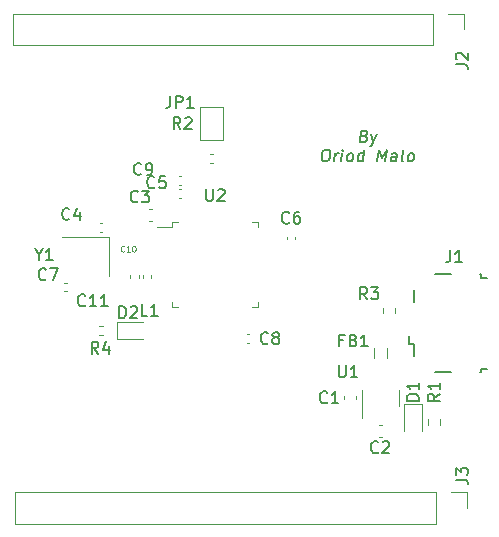
<source format=gbr>
%TF.GenerationSoftware,KiCad,Pcbnew,(6.0.9)*%
%TF.CreationDate,2023-03-20T19:11:49+01:00*%
%TF.ProjectId,STM32F103_prjct2,53544d33-3246-4313-9033-5f70726a6374,rev?*%
%TF.SameCoordinates,Original*%
%TF.FileFunction,Legend,Top*%
%TF.FilePolarity,Positive*%
%FSLAX46Y46*%
G04 Gerber Fmt 4.6, Leading zero omitted, Abs format (unit mm)*
G04 Created by KiCad (PCBNEW (6.0.9)) date 2023-03-20 19:11:49*
%MOMM*%
%LPD*%
G01*
G04 APERTURE LIST*
%ADD10C,0.150000*%
%ADD11C,0.125000*%
%ADD12C,0.120000*%
G04 APERTURE END LIST*
D10*
X175211279Y-67848571D02*
X175348184Y-67896190D01*
X175389851Y-67943809D01*
X175425565Y-68039047D01*
X175407708Y-68181904D01*
X175348184Y-68277142D01*
X175294613Y-68324761D01*
X175193422Y-68372380D01*
X174812470Y-68372380D01*
X174937470Y-67372380D01*
X175270803Y-67372380D01*
X175360089Y-67420000D01*
X175401755Y-67467619D01*
X175437470Y-67562857D01*
X175425565Y-67658095D01*
X175366041Y-67753333D01*
X175312470Y-67800952D01*
X175211279Y-67848571D01*
X174877946Y-67848571D01*
X175800565Y-67705714D02*
X175955327Y-68372380D01*
X176276755Y-67705714D02*
X175955327Y-68372380D01*
X175830327Y-68610476D01*
X175776755Y-68658095D01*
X175675565Y-68705714D01*
X171913660Y-68982380D02*
X172104136Y-68982380D01*
X172193422Y-69030000D01*
X172276755Y-69125238D01*
X172300565Y-69315714D01*
X172258898Y-69649047D01*
X172187470Y-69839523D01*
X172080327Y-69934761D01*
X171979136Y-69982380D01*
X171788660Y-69982380D01*
X171699375Y-69934761D01*
X171616041Y-69839523D01*
X171592232Y-69649047D01*
X171633898Y-69315714D01*
X171705327Y-69125238D01*
X171812470Y-69030000D01*
X171913660Y-68982380D01*
X172645803Y-69982380D02*
X172729136Y-69315714D01*
X172705327Y-69506190D02*
X172764851Y-69410952D01*
X172818422Y-69363333D01*
X172919613Y-69315714D01*
X173014851Y-69315714D01*
X173264851Y-69982380D02*
X173348184Y-69315714D01*
X173389851Y-68982380D02*
X173336279Y-69030000D01*
X173377946Y-69077619D01*
X173431517Y-69030000D01*
X173389851Y-68982380D01*
X173377946Y-69077619D01*
X173883898Y-69982380D02*
X173794613Y-69934761D01*
X173752946Y-69887142D01*
X173717232Y-69791904D01*
X173752946Y-69506190D01*
X173812470Y-69410952D01*
X173866041Y-69363333D01*
X173967232Y-69315714D01*
X174110089Y-69315714D01*
X174199375Y-69363333D01*
X174241041Y-69410952D01*
X174276755Y-69506190D01*
X174241041Y-69791904D01*
X174181517Y-69887142D01*
X174127946Y-69934761D01*
X174026755Y-69982380D01*
X173883898Y-69982380D01*
X175074375Y-69982380D02*
X175199375Y-68982380D01*
X175080327Y-69934761D02*
X174979136Y-69982380D01*
X174788660Y-69982380D01*
X174699375Y-69934761D01*
X174657708Y-69887142D01*
X174621994Y-69791904D01*
X174657708Y-69506190D01*
X174717232Y-69410952D01*
X174770803Y-69363333D01*
X174871994Y-69315714D01*
X175062470Y-69315714D01*
X175151755Y-69363333D01*
X176312470Y-69982380D02*
X176437470Y-68982380D01*
X176681517Y-69696666D01*
X177104136Y-68982380D01*
X176979136Y-69982380D01*
X177883898Y-69982380D02*
X177949375Y-69458571D01*
X177913660Y-69363333D01*
X177824375Y-69315714D01*
X177633898Y-69315714D01*
X177532708Y-69363333D01*
X177889851Y-69934761D02*
X177788660Y-69982380D01*
X177550565Y-69982380D01*
X177461279Y-69934761D01*
X177425565Y-69839523D01*
X177437470Y-69744285D01*
X177496994Y-69649047D01*
X177598184Y-69601428D01*
X177836279Y-69601428D01*
X177937470Y-69553809D01*
X178502946Y-69982380D02*
X178413660Y-69934761D01*
X178377946Y-69839523D01*
X178485089Y-68982380D01*
X179026755Y-69982380D02*
X178937470Y-69934761D01*
X178895803Y-69887142D01*
X178860089Y-69791904D01*
X178895803Y-69506190D01*
X178955327Y-69410952D01*
X179008898Y-69363333D01*
X179110089Y-69315714D01*
X179252946Y-69315714D01*
X179342232Y-69363333D01*
X179383898Y-69410952D01*
X179419613Y-69506190D01*
X179383898Y-69791904D01*
X179324375Y-69887142D01*
X179270803Y-69934761D01*
X179169613Y-69982380D01*
X179026755Y-69982380D01*
%TO.C,Y1*%
X147623809Y-77876190D02*
X147623809Y-78352380D01*
X147290476Y-77352380D02*
X147623809Y-77876190D01*
X147957142Y-77352380D01*
X148814285Y-78352380D02*
X148242857Y-78352380D01*
X148528571Y-78352380D02*
X148528571Y-77352380D01*
X148433333Y-77495238D01*
X148338095Y-77590476D01*
X148242857Y-77638095D01*
%TO.C,U2*%
X161798095Y-72342380D02*
X161798095Y-73151904D01*
X161845714Y-73247142D01*
X161893333Y-73294761D01*
X161988571Y-73342380D01*
X162179047Y-73342380D01*
X162274285Y-73294761D01*
X162321904Y-73247142D01*
X162369523Y-73151904D01*
X162369523Y-72342380D01*
X162798095Y-72437619D02*
X162845714Y-72390000D01*
X162940952Y-72342380D01*
X163179047Y-72342380D01*
X163274285Y-72390000D01*
X163321904Y-72437619D01*
X163369523Y-72532857D01*
X163369523Y-72628095D01*
X163321904Y-72770952D01*
X162750476Y-73342380D01*
X163369523Y-73342380D01*
%TO.C,U1*%
X173038095Y-87252380D02*
X173038095Y-88061904D01*
X173085714Y-88157142D01*
X173133333Y-88204761D01*
X173228571Y-88252380D01*
X173419047Y-88252380D01*
X173514285Y-88204761D01*
X173561904Y-88157142D01*
X173609523Y-88061904D01*
X173609523Y-87252380D01*
X174609523Y-88252380D02*
X174038095Y-88252380D01*
X174323809Y-88252380D02*
X174323809Y-87252380D01*
X174228571Y-87395238D01*
X174133333Y-87490476D01*
X174038095Y-87538095D01*
%TO.C,R4*%
X152683333Y-86252380D02*
X152350000Y-85776190D01*
X152111904Y-86252380D02*
X152111904Y-85252380D01*
X152492857Y-85252380D01*
X152588095Y-85300000D01*
X152635714Y-85347619D01*
X152683333Y-85442857D01*
X152683333Y-85585714D01*
X152635714Y-85680952D01*
X152588095Y-85728571D01*
X152492857Y-85776190D01*
X152111904Y-85776190D01*
X153540476Y-85585714D02*
X153540476Y-86252380D01*
X153302380Y-85204761D02*
X153064285Y-85919047D01*
X153683333Y-85919047D01*
%TO.C,R3*%
X175433333Y-81652380D02*
X175100000Y-81176190D01*
X174861904Y-81652380D02*
X174861904Y-80652380D01*
X175242857Y-80652380D01*
X175338095Y-80700000D01*
X175385714Y-80747619D01*
X175433333Y-80842857D01*
X175433333Y-80985714D01*
X175385714Y-81080952D01*
X175338095Y-81128571D01*
X175242857Y-81176190D01*
X174861904Y-81176190D01*
X175766666Y-80652380D02*
X176385714Y-80652380D01*
X176052380Y-81033333D01*
X176195238Y-81033333D01*
X176290476Y-81080952D01*
X176338095Y-81128571D01*
X176385714Y-81223809D01*
X176385714Y-81461904D01*
X176338095Y-81557142D01*
X176290476Y-81604761D01*
X176195238Y-81652380D01*
X175909523Y-81652380D01*
X175814285Y-81604761D01*
X175766666Y-81557142D01*
%TO.C,R2*%
X159633333Y-67252380D02*
X159300000Y-66776190D01*
X159061904Y-67252380D02*
X159061904Y-66252380D01*
X159442857Y-66252380D01*
X159538095Y-66300000D01*
X159585714Y-66347619D01*
X159633333Y-66442857D01*
X159633333Y-66585714D01*
X159585714Y-66680952D01*
X159538095Y-66728571D01*
X159442857Y-66776190D01*
X159061904Y-66776190D01*
X160014285Y-66347619D02*
X160061904Y-66300000D01*
X160157142Y-66252380D01*
X160395238Y-66252380D01*
X160490476Y-66300000D01*
X160538095Y-66347619D01*
X160585714Y-66442857D01*
X160585714Y-66538095D01*
X160538095Y-66680952D01*
X159966666Y-67252380D01*
X160585714Y-67252380D01*
%TO.C,R1*%
X181564380Y-89671666D02*
X181088190Y-90005000D01*
X181564380Y-90243095D02*
X180564380Y-90243095D01*
X180564380Y-89862142D01*
X180612000Y-89766904D01*
X180659619Y-89719285D01*
X180754857Y-89671666D01*
X180897714Y-89671666D01*
X180992952Y-89719285D01*
X181040571Y-89766904D01*
X181088190Y-89862142D01*
X181088190Y-90243095D01*
X181564380Y-88719285D02*
X181564380Y-89290714D01*
X181564380Y-89005000D02*
X180564380Y-89005000D01*
X180707238Y-89100238D01*
X180802476Y-89195476D01*
X180850095Y-89290714D01*
%TO.C,L1*%
X156833333Y-83052380D02*
X156357142Y-83052380D01*
X156357142Y-82052380D01*
X157690476Y-83052380D02*
X157119047Y-83052380D01*
X157404761Y-83052380D02*
X157404761Y-82052380D01*
X157309523Y-82195238D01*
X157214285Y-82290476D01*
X157119047Y-82338095D01*
%TO.C,JP1*%
X158766666Y-64452380D02*
X158766666Y-65166666D01*
X158719047Y-65309523D01*
X158623809Y-65404761D01*
X158480952Y-65452380D01*
X158385714Y-65452380D01*
X159242857Y-65452380D02*
X159242857Y-64452380D01*
X159623809Y-64452380D01*
X159719047Y-64500000D01*
X159766666Y-64547619D01*
X159814285Y-64642857D01*
X159814285Y-64785714D01*
X159766666Y-64880952D01*
X159719047Y-64928571D01*
X159623809Y-64976190D01*
X159242857Y-64976190D01*
X160766666Y-65452380D02*
X160195238Y-65452380D01*
X160480952Y-65452380D02*
X160480952Y-64452380D01*
X160385714Y-64595238D01*
X160290476Y-64690476D01*
X160195238Y-64738095D01*
%TO.C,J3*%
X182968380Y-96933333D02*
X183682666Y-96933333D01*
X183825523Y-96980952D01*
X183920761Y-97076190D01*
X183968380Y-97219047D01*
X183968380Y-97314285D01*
X182968380Y-96552380D02*
X182968380Y-95933333D01*
X183349333Y-96266666D01*
X183349333Y-96123809D01*
X183396952Y-96028571D01*
X183444571Y-95980952D01*
X183539809Y-95933333D01*
X183777904Y-95933333D01*
X183873142Y-95980952D01*
X183920761Y-96028571D01*
X183968380Y-96123809D01*
X183968380Y-96409523D01*
X183920761Y-96504761D01*
X183873142Y-96552380D01*
%TO.C,J2*%
X182952380Y-61773333D02*
X183666666Y-61773333D01*
X183809523Y-61820952D01*
X183904761Y-61916190D01*
X183952380Y-62059047D01*
X183952380Y-62154285D01*
X183047619Y-61344761D02*
X183000000Y-61297142D01*
X182952380Y-61201904D01*
X182952380Y-60963809D01*
X183000000Y-60868571D01*
X183047619Y-60820952D01*
X183142857Y-60773333D01*
X183238095Y-60773333D01*
X183380952Y-60820952D01*
X183952380Y-61392380D01*
X183952380Y-60773333D01*
%TO.C,J1*%
X182466666Y-77527380D02*
X182466666Y-78241666D01*
X182419047Y-78384523D01*
X182323809Y-78479761D01*
X182180952Y-78527380D01*
X182085714Y-78527380D01*
X183466666Y-78527380D02*
X182895238Y-78527380D01*
X183180952Y-78527380D02*
X183180952Y-77527380D01*
X183085714Y-77670238D01*
X182990476Y-77765476D01*
X182895238Y-77813095D01*
%TO.C,FB1*%
X173420666Y-85128571D02*
X173087333Y-85128571D01*
X173087333Y-85652380D02*
X173087333Y-84652380D01*
X173563523Y-84652380D01*
X174277809Y-85128571D02*
X174420666Y-85176190D01*
X174468285Y-85223809D01*
X174515904Y-85319047D01*
X174515904Y-85461904D01*
X174468285Y-85557142D01*
X174420666Y-85604761D01*
X174325428Y-85652380D01*
X173944476Y-85652380D01*
X173944476Y-84652380D01*
X174277809Y-84652380D01*
X174373047Y-84700000D01*
X174420666Y-84747619D01*
X174468285Y-84842857D01*
X174468285Y-84938095D01*
X174420666Y-85033333D01*
X174373047Y-85080952D01*
X174277809Y-85128571D01*
X173944476Y-85128571D01*
X175468285Y-85652380D02*
X174896857Y-85652380D01*
X175182571Y-85652380D02*
X175182571Y-84652380D01*
X175087333Y-84795238D01*
X174992095Y-84890476D01*
X174896857Y-84938095D01*
%TO.C,D2*%
X154461904Y-83252380D02*
X154461904Y-82252380D01*
X154700000Y-82252380D01*
X154842857Y-82300000D01*
X154938095Y-82395238D01*
X154985714Y-82490476D01*
X155033333Y-82680952D01*
X155033333Y-82823809D01*
X154985714Y-83014285D01*
X154938095Y-83109523D01*
X154842857Y-83204761D01*
X154700000Y-83252380D01*
X154461904Y-83252380D01*
X155414285Y-82347619D02*
X155461904Y-82300000D01*
X155557142Y-82252380D01*
X155795238Y-82252380D01*
X155890476Y-82300000D01*
X155938095Y-82347619D01*
X155985714Y-82442857D01*
X155985714Y-82538095D01*
X155938095Y-82680952D01*
X155366666Y-83252380D01*
X155985714Y-83252380D01*
%TO.C,D1*%
X179786380Y-90243095D02*
X178786380Y-90243095D01*
X178786380Y-90005000D01*
X178834000Y-89862142D01*
X178929238Y-89766904D01*
X179024476Y-89719285D01*
X179214952Y-89671666D01*
X179357809Y-89671666D01*
X179548285Y-89719285D01*
X179643523Y-89766904D01*
X179738761Y-89862142D01*
X179786380Y-90005000D01*
X179786380Y-90243095D01*
X179786380Y-88719285D02*
X179786380Y-89290714D01*
X179786380Y-89005000D02*
X178786380Y-89005000D01*
X178929238Y-89100238D01*
X179024476Y-89195476D01*
X179072095Y-89290714D01*
%TO.C,C11*%
X151557142Y-82157142D02*
X151509523Y-82204761D01*
X151366666Y-82252380D01*
X151271428Y-82252380D01*
X151128571Y-82204761D01*
X151033333Y-82109523D01*
X150985714Y-82014285D01*
X150938095Y-81823809D01*
X150938095Y-81680952D01*
X150985714Y-81490476D01*
X151033333Y-81395238D01*
X151128571Y-81300000D01*
X151271428Y-81252380D01*
X151366666Y-81252380D01*
X151509523Y-81300000D01*
X151557142Y-81347619D01*
X152509523Y-82252380D02*
X151938095Y-82252380D01*
X152223809Y-82252380D02*
X152223809Y-81252380D01*
X152128571Y-81395238D01*
X152033333Y-81490476D01*
X151938095Y-81538095D01*
X153461904Y-82252380D02*
X152890476Y-82252380D01*
X153176190Y-82252380D02*
X153176190Y-81252380D01*
X153080952Y-81395238D01*
X152985714Y-81490476D01*
X152890476Y-81538095D01*
D11*
%TO.C,C10*%
X154878571Y-77578571D02*
X154854761Y-77602380D01*
X154783333Y-77626190D01*
X154735714Y-77626190D01*
X154664285Y-77602380D01*
X154616666Y-77554761D01*
X154592857Y-77507142D01*
X154569047Y-77411904D01*
X154569047Y-77340476D01*
X154592857Y-77245238D01*
X154616666Y-77197619D01*
X154664285Y-77150000D01*
X154735714Y-77126190D01*
X154783333Y-77126190D01*
X154854761Y-77150000D01*
X154878571Y-77173809D01*
X155354761Y-77626190D02*
X155069047Y-77626190D01*
X155211904Y-77626190D02*
X155211904Y-77126190D01*
X155164285Y-77197619D01*
X155116666Y-77245238D01*
X155069047Y-77269047D01*
X155664285Y-77126190D02*
X155711904Y-77126190D01*
X155759523Y-77150000D01*
X155783333Y-77173809D01*
X155807142Y-77221428D01*
X155830952Y-77316666D01*
X155830952Y-77435714D01*
X155807142Y-77530952D01*
X155783333Y-77578571D01*
X155759523Y-77602380D01*
X155711904Y-77626190D01*
X155664285Y-77626190D01*
X155616666Y-77602380D01*
X155592857Y-77578571D01*
X155569047Y-77530952D01*
X155545238Y-77435714D01*
X155545238Y-77316666D01*
X155569047Y-77221428D01*
X155592857Y-77173809D01*
X155616666Y-77150000D01*
X155664285Y-77126190D01*
D10*
%TO.C,C9*%
X156308333Y-71032142D02*
X156260714Y-71079761D01*
X156117857Y-71127380D01*
X156022619Y-71127380D01*
X155879761Y-71079761D01*
X155784523Y-70984523D01*
X155736904Y-70889285D01*
X155689285Y-70698809D01*
X155689285Y-70555952D01*
X155736904Y-70365476D01*
X155784523Y-70270238D01*
X155879761Y-70175000D01*
X156022619Y-70127380D01*
X156117857Y-70127380D01*
X156260714Y-70175000D01*
X156308333Y-70222619D01*
X156784523Y-71127380D02*
X156975000Y-71127380D01*
X157070238Y-71079761D01*
X157117857Y-71032142D01*
X157213095Y-70889285D01*
X157260714Y-70698809D01*
X157260714Y-70317857D01*
X157213095Y-70222619D01*
X157165476Y-70175000D01*
X157070238Y-70127380D01*
X156879761Y-70127380D01*
X156784523Y-70175000D01*
X156736904Y-70222619D01*
X156689285Y-70317857D01*
X156689285Y-70555952D01*
X156736904Y-70651190D01*
X156784523Y-70698809D01*
X156879761Y-70746428D01*
X157070238Y-70746428D01*
X157165476Y-70698809D01*
X157213095Y-70651190D01*
X157260714Y-70555952D01*
%TO.C,C8*%
X167033333Y-85357142D02*
X166985714Y-85404761D01*
X166842857Y-85452380D01*
X166747619Y-85452380D01*
X166604761Y-85404761D01*
X166509523Y-85309523D01*
X166461904Y-85214285D01*
X166414285Y-85023809D01*
X166414285Y-84880952D01*
X166461904Y-84690476D01*
X166509523Y-84595238D01*
X166604761Y-84500000D01*
X166747619Y-84452380D01*
X166842857Y-84452380D01*
X166985714Y-84500000D01*
X167033333Y-84547619D01*
X167604761Y-84880952D02*
X167509523Y-84833333D01*
X167461904Y-84785714D01*
X167414285Y-84690476D01*
X167414285Y-84642857D01*
X167461904Y-84547619D01*
X167509523Y-84500000D01*
X167604761Y-84452380D01*
X167795238Y-84452380D01*
X167890476Y-84500000D01*
X167938095Y-84547619D01*
X167985714Y-84642857D01*
X167985714Y-84690476D01*
X167938095Y-84785714D01*
X167890476Y-84833333D01*
X167795238Y-84880952D01*
X167604761Y-84880952D01*
X167509523Y-84928571D01*
X167461904Y-84976190D01*
X167414285Y-85071428D01*
X167414285Y-85261904D01*
X167461904Y-85357142D01*
X167509523Y-85404761D01*
X167604761Y-85452380D01*
X167795238Y-85452380D01*
X167890476Y-85404761D01*
X167938095Y-85357142D01*
X167985714Y-85261904D01*
X167985714Y-85071428D01*
X167938095Y-84976190D01*
X167890476Y-84928571D01*
X167795238Y-84880952D01*
%TO.C,C7*%
X148233333Y-79957142D02*
X148185714Y-80004761D01*
X148042857Y-80052380D01*
X147947619Y-80052380D01*
X147804761Y-80004761D01*
X147709523Y-79909523D01*
X147661904Y-79814285D01*
X147614285Y-79623809D01*
X147614285Y-79480952D01*
X147661904Y-79290476D01*
X147709523Y-79195238D01*
X147804761Y-79100000D01*
X147947619Y-79052380D01*
X148042857Y-79052380D01*
X148185714Y-79100000D01*
X148233333Y-79147619D01*
X148566666Y-79052380D02*
X149233333Y-79052380D01*
X148804761Y-80052380D01*
%TO.C,C6*%
X168833333Y-75157142D02*
X168785714Y-75204761D01*
X168642857Y-75252380D01*
X168547619Y-75252380D01*
X168404761Y-75204761D01*
X168309523Y-75109523D01*
X168261904Y-75014285D01*
X168214285Y-74823809D01*
X168214285Y-74680952D01*
X168261904Y-74490476D01*
X168309523Y-74395238D01*
X168404761Y-74300000D01*
X168547619Y-74252380D01*
X168642857Y-74252380D01*
X168785714Y-74300000D01*
X168833333Y-74347619D01*
X169690476Y-74252380D02*
X169500000Y-74252380D01*
X169404761Y-74300000D01*
X169357142Y-74347619D01*
X169261904Y-74490476D01*
X169214285Y-74680952D01*
X169214285Y-75061904D01*
X169261904Y-75157142D01*
X169309523Y-75204761D01*
X169404761Y-75252380D01*
X169595238Y-75252380D01*
X169690476Y-75204761D01*
X169738095Y-75157142D01*
X169785714Y-75061904D01*
X169785714Y-74823809D01*
X169738095Y-74728571D01*
X169690476Y-74680952D01*
X169595238Y-74633333D01*
X169404761Y-74633333D01*
X169309523Y-74680952D01*
X169261904Y-74728571D01*
X169214285Y-74823809D01*
%TO.C,C5*%
X157433333Y-72157142D02*
X157385714Y-72204761D01*
X157242857Y-72252380D01*
X157147619Y-72252380D01*
X157004761Y-72204761D01*
X156909523Y-72109523D01*
X156861904Y-72014285D01*
X156814285Y-71823809D01*
X156814285Y-71680952D01*
X156861904Y-71490476D01*
X156909523Y-71395238D01*
X157004761Y-71300000D01*
X157147619Y-71252380D01*
X157242857Y-71252380D01*
X157385714Y-71300000D01*
X157433333Y-71347619D01*
X158338095Y-71252380D02*
X157861904Y-71252380D01*
X157814285Y-71728571D01*
X157861904Y-71680952D01*
X157957142Y-71633333D01*
X158195238Y-71633333D01*
X158290476Y-71680952D01*
X158338095Y-71728571D01*
X158385714Y-71823809D01*
X158385714Y-72061904D01*
X158338095Y-72157142D01*
X158290476Y-72204761D01*
X158195238Y-72252380D01*
X157957142Y-72252380D01*
X157861904Y-72204761D01*
X157814285Y-72157142D01*
%TO.C,C4*%
X150233333Y-74857142D02*
X150185714Y-74904761D01*
X150042857Y-74952380D01*
X149947619Y-74952380D01*
X149804761Y-74904761D01*
X149709523Y-74809523D01*
X149661904Y-74714285D01*
X149614285Y-74523809D01*
X149614285Y-74380952D01*
X149661904Y-74190476D01*
X149709523Y-74095238D01*
X149804761Y-74000000D01*
X149947619Y-73952380D01*
X150042857Y-73952380D01*
X150185714Y-74000000D01*
X150233333Y-74047619D01*
X151090476Y-74285714D02*
X151090476Y-74952380D01*
X150852380Y-73904761D02*
X150614285Y-74619047D01*
X151233333Y-74619047D01*
%TO.C,C3*%
X156033333Y-73357142D02*
X155985714Y-73404761D01*
X155842857Y-73452380D01*
X155747619Y-73452380D01*
X155604761Y-73404761D01*
X155509523Y-73309523D01*
X155461904Y-73214285D01*
X155414285Y-73023809D01*
X155414285Y-72880952D01*
X155461904Y-72690476D01*
X155509523Y-72595238D01*
X155604761Y-72500000D01*
X155747619Y-72452380D01*
X155842857Y-72452380D01*
X155985714Y-72500000D01*
X156033333Y-72547619D01*
X156366666Y-72452380D02*
X156985714Y-72452380D01*
X156652380Y-72833333D01*
X156795238Y-72833333D01*
X156890476Y-72880952D01*
X156938095Y-72928571D01*
X156985714Y-73023809D01*
X156985714Y-73261904D01*
X156938095Y-73357142D01*
X156890476Y-73404761D01*
X156795238Y-73452380D01*
X156509523Y-73452380D01*
X156414285Y-73404761D01*
X156366666Y-73357142D01*
%TO.C,C2*%
X176373333Y-94594142D02*
X176325714Y-94641761D01*
X176182857Y-94689380D01*
X176087619Y-94689380D01*
X175944761Y-94641761D01*
X175849523Y-94546523D01*
X175801904Y-94451285D01*
X175754285Y-94260809D01*
X175754285Y-94117952D01*
X175801904Y-93927476D01*
X175849523Y-93832238D01*
X175944761Y-93737000D01*
X176087619Y-93689380D01*
X176182857Y-93689380D01*
X176325714Y-93737000D01*
X176373333Y-93784619D01*
X176754285Y-93784619D02*
X176801904Y-93737000D01*
X176897142Y-93689380D01*
X177135238Y-93689380D01*
X177230476Y-93737000D01*
X177278095Y-93784619D01*
X177325714Y-93879857D01*
X177325714Y-93975095D01*
X177278095Y-94117952D01*
X176706666Y-94689380D01*
X177325714Y-94689380D01*
%TO.C,C1*%
X172055333Y-90370142D02*
X172007714Y-90417761D01*
X171864857Y-90465380D01*
X171769619Y-90465380D01*
X171626761Y-90417761D01*
X171531523Y-90322523D01*
X171483904Y-90227285D01*
X171436285Y-90036809D01*
X171436285Y-89893952D01*
X171483904Y-89703476D01*
X171531523Y-89608238D01*
X171626761Y-89513000D01*
X171769619Y-89465380D01*
X171864857Y-89465380D01*
X172007714Y-89513000D01*
X172055333Y-89560619D01*
X173007714Y-90465380D02*
X172436285Y-90465380D01*
X172722000Y-90465380D02*
X172722000Y-89465380D01*
X172626761Y-89608238D01*
X172531523Y-89703476D01*
X172436285Y-89751095D01*
D12*
%TO.C,Y1*%
X153600000Y-79650000D02*
X153600000Y-76350000D01*
X153600000Y-76350000D02*
X149600000Y-76350000D01*
%TO.C,U2*%
X165720000Y-75130000D02*
X166170000Y-75130000D01*
X158950000Y-82350000D02*
X158950000Y-81900000D01*
X158950000Y-75130000D02*
X158950000Y-75580000D01*
X165720000Y-82350000D02*
X166170000Y-82350000D01*
X166170000Y-82350000D02*
X166170000Y-81900000D01*
X159400000Y-75130000D02*
X158950000Y-75130000D01*
X159400000Y-82350000D02*
X158950000Y-82350000D01*
X158950000Y-75580000D02*
X157660000Y-75580000D01*
X166170000Y-75130000D02*
X166170000Y-75580000D01*
%TO.C,U1*%
X174980000Y-90013000D02*
X174980000Y-89363000D01*
X178100000Y-90013000D02*
X178100000Y-89363000D01*
X174980000Y-90013000D02*
X174980000Y-91688000D01*
X178100000Y-90013000D02*
X178100000Y-90663000D01*
%TO.C,R4*%
X153061641Y-84708000D02*
X152754359Y-84708000D01*
X153061641Y-83948000D02*
X152754359Y-83948000D01*
%TO.C,R3*%
X177822500Y-82362742D02*
X177822500Y-82837258D01*
X176777500Y-82362742D02*
X176777500Y-82837258D01*
%TO.C,R2*%
X162096359Y-69370000D02*
X162403641Y-69370000D01*
X162096359Y-70130000D02*
X162403641Y-70130000D01*
%TO.C,R1*%
X180589500Y-91807742D02*
X180589500Y-92282258D01*
X181634500Y-91807742D02*
X181634500Y-92282258D01*
%TO.C,JP1*%
X163250000Y-68150000D02*
X161250000Y-68150000D01*
X163250000Y-65350000D02*
X163250000Y-68150000D01*
X161250000Y-65350000D02*
X163250000Y-65350000D01*
X161250000Y-68150000D02*
X161250000Y-65350000D01*
%TO.C,J3*%
X145635000Y-97984000D02*
X145635000Y-100644000D01*
X182525000Y-97984000D02*
X183855000Y-97984000D01*
X181255000Y-97984000D02*
X145635000Y-97984000D01*
X183855000Y-97984000D02*
X183855000Y-99314000D01*
X181255000Y-100644000D02*
X145635000Y-100644000D01*
X181255000Y-97984000D02*
X181255000Y-100644000D01*
%TO.C,J2*%
X145420000Y-57470000D02*
X145420000Y-60130000D01*
X182310000Y-57470000D02*
X183640000Y-57470000D01*
X181040000Y-57470000D02*
X145420000Y-57470000D01*
X183640000Y-57470000D02*
X183640000Y-58800000D01*
X181040000Y-60130000D02*
X145420000Y-60130000D01*
X181040000Y-57470000D02*
X181040000Y-60130000D01*
D10*
%TO.C,J1*%
X179406000Y-85486000D02*
X179406000Y-86486000D01*
X185106000Y-87536000D02*
X185556000Y-87536000D01*
X184956000Y-87836000D02*
X185106000Y-87836000D01*
X178981000Y-85486000D02*
X179406000Y-85486000D01*
X182556000Y-79536000D02*
X181156000Y-79536000D01*
X185106000Y-87836000D02*
X185106000Y-87536000D01*
X178981000Y-84761000D02*
X178981000Y-85486000D01*
X181156000Y-87836000D02*
X182556000Y-87836000D01*
X185556000Y-79836000D02*
X185106000Y-79836000D01*
X185106000Y-79536000D02*
X184956000Y-79536000D01*
X185106000Y-79836000D02*
X185106000Y-79536000D01*
X179406000Y-81886000D02*
X179406000Y-80886000D01*
D12*
%TO.C,FB1*%
X177100000Y-85803378D02*
X177100000Y-86602622D01*
X175980000Y-85803378D02*
X175980000Y-86602622D01*
%TO.C,D2*%
X154217000Y-85063000D02*
X156502000Y-85063000D01*
X154217000Y-83593000D02*
X154217000Y-85063000D01*
X156502000Y-83593000D02*
X154217000Y-83593000D01*
%TO.C,D1*%
X178599000Y-90560000D02*
X178599000Y-92845000D01*
X180069000Y-90560000D02*
X178599000Y-90560000D01*
X180069000Y-92845000D02*
X180069000Y-90560000D01*
%TO.C,C11*%
X156110000Y-79857836D02*
X156110000Y-79642164D01*
X155390000Y-79857836D02*
X155390000Y-79642164D01*
%TO.C,C10*%
X156440000Y-79857836D02*
X156440000Y-79642164D01*
X157160000Y-79857836D02*
X157160000Y-79642164D01*
%TO.C,C9*%
X159492164Y-71960000D02*
X159707836Y-71960000D01*
X159492164Y-71240000D02*
X159707836Y-71240000D01*
%TO.C,C8*%
X165461836Y-85360000D02*
X165246164Y-85360000D01*
X165461836Y-84640000D02*
X165246164Y-84640000D01*
%TO.C,C7*%
X150007836Y-80240000D02*
X149792164Y-80240000D01*
X150007836Y-80960000D02*
X149792164Y-80960000D01*
%TO.C,C6*%
X169360000Y-76372164D02*
X169360000Y-76587836D01*
X168640000Y-76372164D02*
X168640000Y-76587836D01*
%TO.C,C5*%
X159492164Y-72340000D02*
X159707836Y-72340000D01*
X159492164Y-73060000D02*
X159707836Y-73060000D01*
%TO.C,C4*%
X153015836Y-75960000D02*
X152800164Y-75960000D01*
X153015836Y-75240000D02*
X152800164Y-75240000D01*
%TO.C,C3*%
X157240580Y-75010000D02*
X156959420Y-75010000D01*
X157240580Y-73990000D02*
X156959420Y-73990000D01*
%TO.C,C2*%
X176680580Y-92297000D02*
X176399420Y-92297000D01*
X176680580Y-93317000D02*
X176399420Y-93317000D01*
%TO.C,C1*%
X173490000Y-89859420D02*
X173490000Y-90140580D01*
X174510000Y-89859420D02*
X174510000Y-90140580D01*
%TD*%
M02*

</source>
